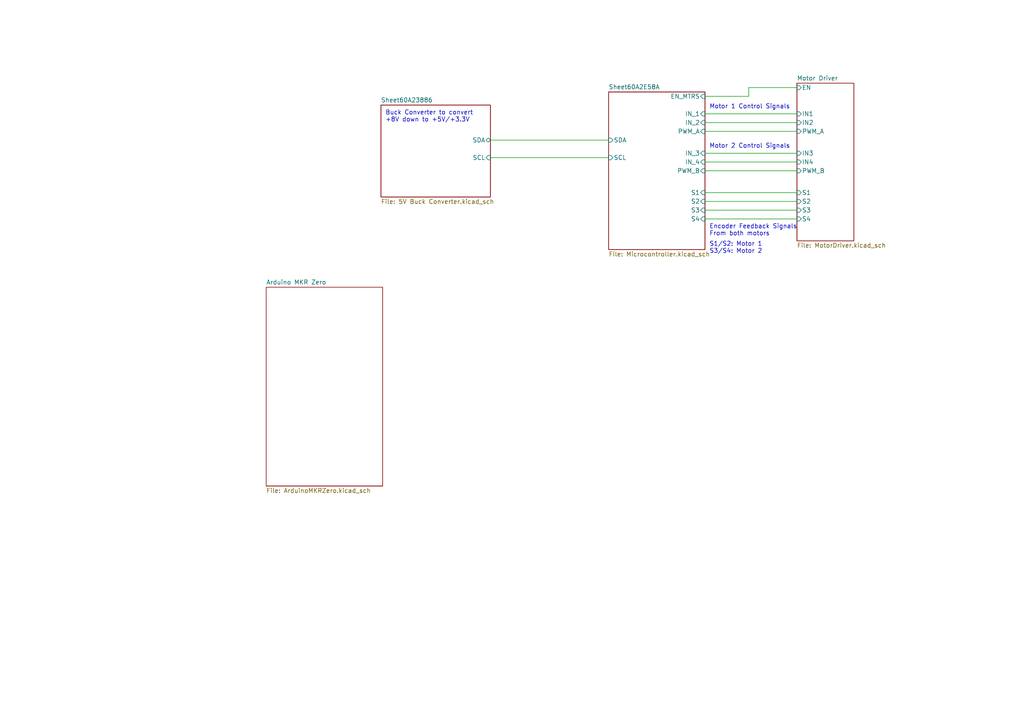
<source format=kicad_sch>
(kicad_sch (version 20211123) (generator eeschema)
  (paper "A4")
  (lib_symbols)
  (wire (pts (xy 142.24 45.72) (xy 176.53 45.72)))
  (wire (pts (xy 217.17 25.4) (xy 231.14 25.4)))
  (wire (pts (xy 204.47 63.5) (xy 231.14 63.5)))
  (wire (pts (xy 204.47 35.56) (xy 231.14 35.56)))
  (wire (pts (xy 204.47 44.45) (xy 231.14 44.45)))
  (wire (pts (xy 204.47 60.96) (xy 231.14 60.96)))
  (wire (pts (xy 217.17 27.94) (xy 217.17 25.4)))
  (wire (pts (xy 204.47 49.53) (xy 231.14 49.53)))
  (wire (pts (xy 204.47 38.1) (xy 231.14 38.1)))
  (wire (pts (xy 204.47 33.02) (xy 231.14 33.02)))
  (wire (pts (xy 142.24 40.64) (xy 176.53 40.64)))
  (wire (pts (xy 204.47 27.94) (xy 217.17 27.94)))
  (wire (pts (xy 204.47 46.99) (xy 231.14 46.99)))
  (wire (pts (xy 204.47 55.88) (xy 231.14 55.88)))
  (wire (pts (xy 204.47 58.42) (xy 231.14 58.42)))
  (text "S1/S2: Motor 1\nS3/S4: Motor 2" (at 205.74 73.66 0) (effects (font (size 1.27 1.27)) (justify left bottom)))
  (text "Motor 1 Control Signals" (at 205.74 31.75 0) (effects (font (size 1.27 1.27)) (justify left bottom)))
  (text "Encoder Feedback Signals\nFrom both motors" (at 205.74 68.58 0) (effects (font (size 1.27 1.27)) (justify left bottom)))
  (text "Buck Converter to convert \n+8V down to +5V/+3.3V" (at 111.76 35.56 0) (effects (font (size 1.27 1.27)) (justify left bottom)))
  (text "Motor 2 Control Signals" (at 205.74 43.18 0) (effects (font (size 1.27 1.27)) (justify left bottom)))
  (sheet (at 110.49 30.48) (size 31.75 26.67)
    (property "Sheet name" "Sheet60A23886" (at 110.49 29.7684 0) (effects (justify left bottom)))
    (property "Sheet file" "5V Buck Converter.kicad_sch" (at 110.49 57.7346 0) (effects (justify left top)))
    (pin "SDA" bidirectional (at 142.24 40.64 0))
    (pin "SCL" input (at 142.24 45.72 0))
  )
  (sheet (at 176.53 26.67) (size 27.94 45.72)
    (property "Sheet name" "Sheet60A2E58A" (at 176.53 25.9584 0) (effects (justify left bottom)))
    (property "Sheet file" "Microcontroller.kicad_sch" (at 176.53 72.9746 0) (effects (justify left top)))
    (pin "IN_1" input (at 204.47 33.02 0))
    (pin "IN_2" input (at 204.47 35.56 0))
    (pin "PWM_A" input (at 204.47 38.1 0))
    (pin "IN_3" input (at 204.47 44.45 0))
    (pin "IN_4" input (at 204.47 46.99 0))
    (pin "PWM_B" input (at 204.47 49.53 0))
    (pin "S1" input (at 204.47 55.88 0))
    (pin "S2" input (at 204.47 58.42 0))
    (pin "S3" input (at 204.47 60.96 0))
    (pin "S4" input (at 204.47 63.5 0))
    (pin "EN_MTRS" input (at 204.47 27.94 0))
    (pin "SCL" input (at 176.53 45.72 180))
    (pin "SDA" input (at 176.53 40.64 180))
  )
  (sheet (at 231.14 24.13) (size 16.51 45.72)
    (property "Sheet name" "Motor Driver" (at 231.14 23.4184 0) (effects (justify left bottom)))
    (property "Sheet file" "MotorDriver.kicad_sch" (at 231.14 70.4346 0) (effects (justify left top)))
    (pin "S1" input (at 231.14 55.88 180))
    (pin "S2" input (at 231.14 58.42 180))
    (pin "S3" input (at 231.14 60.96 180))
    (pin "S4" input (at 231.14 63.5 180))
    (pin "IN1" input (at 231.14 33.02 180))
    (pin "IN2" input (at 231.14 35.56 180))
    (pin "IN3" input (at 231.14 44.45 180))
    (pin "IN4" input (at 231.14 46.99 180))
    (pin "PWM_A" input (at 231.14 38.1 180))
    (pin "PWM_B" input (at 231.14 49.53 180))
    (pin "EN" input (at 231.14 25.4 180))
  )
  (sheet (at 77.216 83.312) (size 33.782 57.658) (stroke (width 0.1524))
    (property "Sheet name" "Arduino MKR Zero" (at 77.216 82.6004 0) (effects (justify left bottom)))
    (property "Sheet file" "ArduinoMKRZero.kicad_sch" (at 77.216 141.5546 0) (effects (justify left top)))
  )
)
</source>
